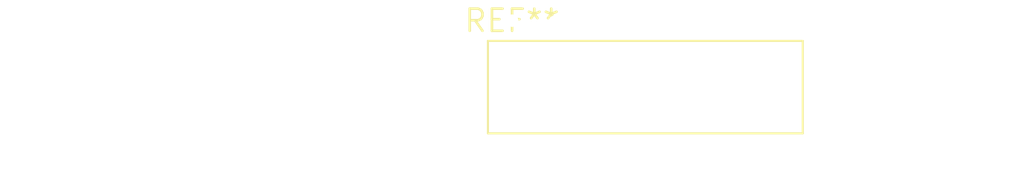
<source format=kicad_pcb>
(kicad_pcb (version 20240108) (generator pcbnew)
  (layers (0 "F.Cu" signal) (31 "B.Cu" signal) (34 "B.Paste" user) (35 "F.Paste" user) (36 "B.SilkS" user "B.Silkscreen") (37 "F.SilkS" user "F.Silkscreen") (38 "B.Mask" user) (39 "F.Mask" user) (44 "Edge.Cuts" user))
  (net 0 "")
  (footprint "Samtec_HLE-107-02-xx-DV-PE_2x07_P2.54mm_Horizontal" (layer "F.Cu") (at 0 0)
    (property "Reference" "REF**")
    (property "Value" "Samtec_HLE-107-02-xx-DV-PE_2x07_P2.54mm_Horizontal")
    (fp_line (start -1.38 1.16) (end 16.62 1.16) (layer "F.SilkS") (stroke (width 0.12)))
    (fp_line (start -1.38 6.46) (end -1.38 1.16) (layer "F.SilkS") (stroke (width 0.12)))
    (fp_line (start 16.62 1.16) (end 16.62 6.46) (layer "F.SilkS") (stroke (width 0.12)))
    (fp_line (start 16.62 6.46) (end -1.38 6.46) (layer "F.SilkS") (stroke (width 0.12)))
    (pad "" np_thru_hole circle (at 0 2.54) (size 1.4 1.4) (drill 1.4) (layers *.Cu *.Mask))
    (pad "" np_thru_hole circle (at 0 5.08) (size 1.4 1.4) (drill 1.4) (layers *.Cu *.Mask))
    (pad "" np_thru_hole circle (at 2.54 2.54) (size 1.4 1.4) (drill 1.4) (layers *.Cu *.Mask))
    (pad "" np_thru_hole circle (at 2.54 5.08) (size 1.4 1.4) (drill 1.4) (layers *.Cu *.Mask))
    (pad "" np_thru_hole circle (at 5.08 2.54) (size 1.4 1.4) (drill 1.4) (layers *.Cu *.Mask))
    (pad "" np_thru_hole circle (at 5.08 5.08) (size 1.4 1.4) (drill 1.4) (layers *.Cu *.Mask))
    (pad "" np_thru_hole circle (at 7.62 2.54) (size 1.4 1.4) (drill 1.4) (layers *.Cu *.Mask))
    (pad "" np_thru_hole circle (at 7.62 5.08) (size 1.4 1.4) (drill 1.4) (layers *.Cu *.Mask))
    (pad "" np_thru_hole circle (at 10.16 2.54) (size 1.4 1.4) (drill 1.4) (layers *.Cu *.Mask))
    (pad "" np_thru_hole circle (at 10.16 5.08) (size 1.4 1.4) (drill 1.4) (layers *.Cu *.Mask))
    (pad "" np_thru_hole circle (at 12.7 2.54) (size 1.4 1.4) (drill 1.4) (layers *.Cu *.Mask))
    (pad "" np_thru_hole circle (at 12.7 5.08) (size 1.4 1.4) (drill 1.4) (layers *.Cu *.Mask))
    (pad "" np_thru_hole circle (at 15.24 2.54) (size 1.4 1.4) (drill 1.4) (layers *.Cu *.Mask))
    (pad "" np_thru_hole circle (at 15.24 5.08) (size 1.4 1.4) (drill 1.4) (layers *.Cu *.Mask))
    (pad "1" thru_hole roundrect (at 0 0) (size 1.31 1.31) (drill 0.71) (layers *.Cu *.Mask) (remove_unused_layers) (roundrect_rratio 0.19084))
    (pad "2" thru_hole circle (at 0 7.62) (size 1.31 1.31) (drill 0.71) (layers *.Cu *.Mask) (remove_unused_layers))
    (pad "3" thru_hole circle (at 2.54 0) (size 1.31 1.31) (drill 0.71) (layers *.Cu *.Mask) (remove_unused_layers))
    (pad "4" thru_hole circle (at 2.54 7.62) (size 1.31 1.31) (drill 0.71) (layers *.Cu *.Mask) (remove_unused_layers))
    (pad "5" thru_hole circle (at 5.08 0) (size 1.31 1.31) (drill 0.71) (layers *.Cu *.Mask) (remove_unused_layers))
    (pad "6" thru_hole circle (at 5.08 7.62) (size 1.31 1.31) (drill 0.71) (layers *.Cu *.Mask) (remove_unused_layers))
    (pad "7" thru_hole circle (at 7.62 0) (size 1.31 1.31) (drill 0.71) (layers *.Cu *.Mask) (remove_unused_layers))
    (pad "8" thru_hole circle (at 7.62 7.62) (size 1.31 1.31) (drill 0.71) (layers *.Cu *.Mask) (remove_unused_layers))
    (pad "9" thru_hole circle (at 10.16 0) (size 1.31 1.31) (drill 0.71) (layers *.Cu *.Mask) (remove_unused_layers))
    (pad "10" thru_hole circle (at 10.16 7.62) (size 1.31 1.31) (drill 0.71) (layers *.Cu *.Mask) (remove_unused_layers))
    (pad "11" thru_hole circle (at 12.7 0) (size 1.31 1.31) (drill 0.71) (layers *.Cu *.Mask) (remove_unused_layers))
    (pad "12" thru_hole circle (at 12.7 7.62) (size 1.31 1.31) (drill 0.71) (layers *.Cu *.Mask) (remove_unused_layers))
    (pad "13" thru_hole circle (at 15.24 0) (size 1.31 1.31) (drill 0.71) (layers *.Cu *.Mask) (remove_unused_layers))
    (pad "14" thru_hole circle (at 15.24 7.62) (size 1.31 1.31) (drill 0.71) (layers *.Cu *.Mask) (remove_unused_layers))
  )
)
</source>
